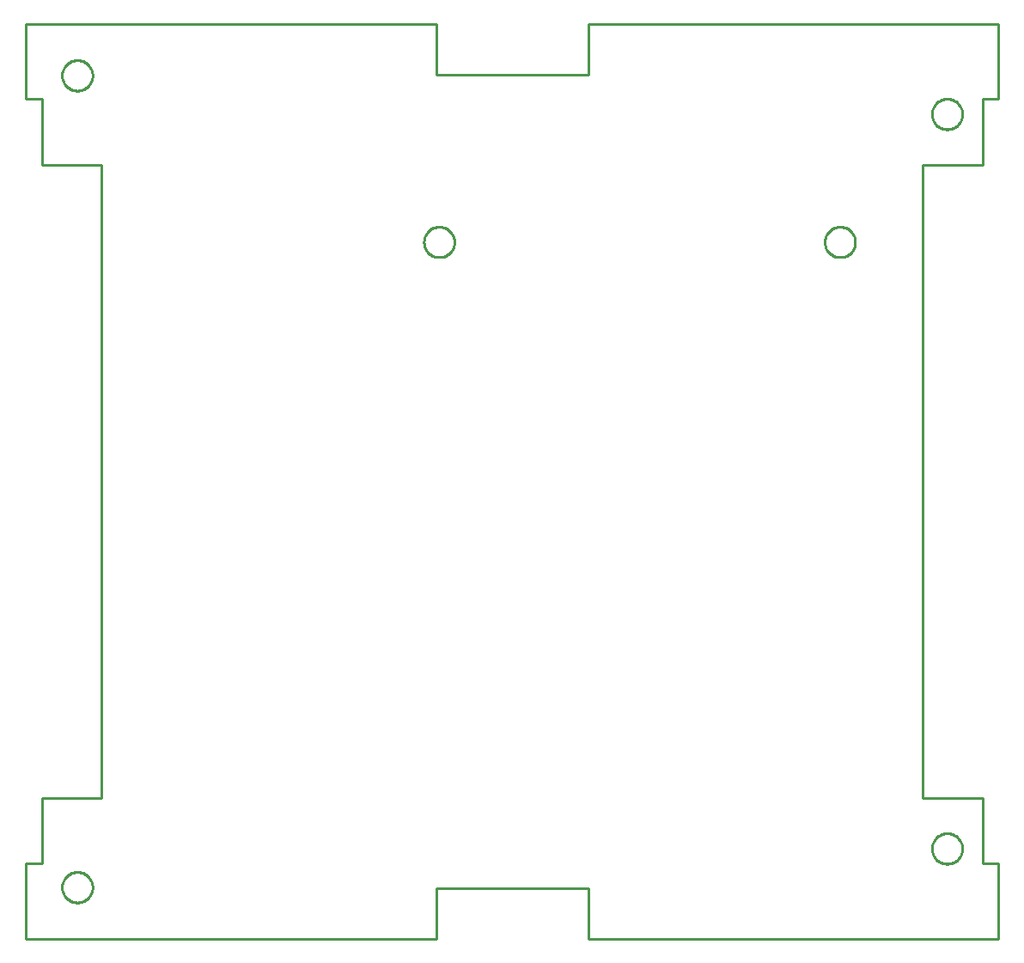
<source format=gbr>
G04 EAGLE Gerber RS-274X export*
G75*
%MOMM*%
%FSLAX34Y34*%
%LPD*%
%IN*%
%IPPOS*%
%AMOC8*
5,1,8,0,0,1.08239X$1,22.5*%
G01*
%ADD10C,0.254000*%


D10*
X0Y0D02*
X404450Y0D01*
X404450Y50000D01*
X554450Y50000D01*
X554450Y0D01*
X958900Y0D01*
X958900Y74000D01*
X942900Y74000D01*
X942900Y138900D01*
X883900Y138900D01*
X883900Y762800D01*
X942900Y762800D01*
X942900Y827700D01*
X958900Y827700D01*
X958900Y901700D01*
X554450Y901700D01*
X554450Y851700D01*
X404450Y851700D01*
X404450Y901700D01*
X0Y901700D01*
X0Y827700D01*
X16000Y827700D01*
X16000Y762800D01*
X75000Y762800D01*
X75000Y138900D01*
X16000Y138900D01*
X16000Y74000D01*
X0Y74000D01*
X0Y0D01*
X923100Y88364D02*
X923100Y89436D01*
X923024Y90504D01*
X922871Y91565D01*
X922643Y92612D01*
X922341Y93640D01*
X921967Y94644D01*
X921522Y95619D01*
X921008Y96559D01*
X920429Y97460D01*
X919787Y98318D01*
X919085Y99128D01*
X918328Y99885D01*
X917518Y100587D01*
X916660Y101229D01*
X915759Y101808D01*
X914819Y102322D01*
X913844Y102767D01*
X912840Y103141D01*
X911812Y103443D01*
X910765Y103671D01*
X909704Y103824D01*
X908636Y103900D01*
X907564Y103900D01*
X906496Y103824D01*
X905435Y103671D01*
X904388Y103443D01*
X903360Y103141D01*
X902356Y102767D01*
X901381Y102322D01*
X900441Y101808D01*
X899540Y101229D01*
X898682Y100587D01*
X897872Y99885D01*
X897115Y99128D01*
X896413Y98318D01*
X895771Y97460D01*
X895192Y96559D01*
X894678Y95619D01*
X894233Y94644D01*
X893859Y93640D01*
X893557Y92612D01*
X893329Y91565D01*
X893176Y90504D01*
X893100Y89436D01*
X893100Y88364D01*
X893176Y87296D01*
X893329Y86235D01*
X893557Y85188D01*
X893859Y84160D01*
X894233Y83156D01*
X894678Y82181D01*
X895192Y81241D01*
X895771Y80340D01*
X896413Y79482D01*
X897115Y78672D01*
X897872Y77915D01*
X898682Y77213D01*
X899540Y76571D01*
X900441Y75992D01*
X901381Y75478D01*
X902356Y75033D01*
X903360Y74659D01*
X904388Y74357D01*
X905435Y74129D01*
X906496Y73976D01*
X907564Y73900D01*
X908636Y73900D01*
X909704Y73976D01*
X910765Y74129D01*
X911812Y74357D01*
X912840Y74659D01*
X913844Y75033D01*
X914819Y75478D01*
X915759Y75992D01*
X916660Y76571D01*
X917518Y77213D01*
X918328Y77915D01*
X919085Y78672D01*
X919787Y79482D01*
X920429Y80340D01*
X921008Y81241D01*
X921522Y82181D01*
X921967Y83156D01*
X922341Y84160D01*
X922643Y85188D01*
X922871Y86235D01*
X923024Y87296D01*
X923100Y88364D01*
X422500Y686164D02*
X422500Y687236D01*
X422424Y688304D01*
X422271Y689365D01*
X422043Y690412D01*
X421741Y691440D01*
X421367Y692444D01*
X420922Y693419D01*
X420408Y694359D01*
X419829Y695260D01*
X419187Y696118D01*
X418485Y696928D01*
X417728Y697685D01*
X416918Y698387D01*
X416060Y699029D01*
X415159Y699608D01*
X414219Y700122D01*
X413244Y700567D01*
X412240Y700941D01*
X411212Y701243D01*
X410165Y701471D01*
X409104Y701624D01*
X408036Y701700D01*
X406964Y701700D01*
X405896Y701624D01*
X404835Y701471D01*
X403788Y701243D01*
X402760Y700941D01*
X401756Y700567D01*
X400781Y700122D01*
X399841Y699608D01*
X398940Y699029D01*
X398082Y698387D01*
X397272Y697685D01*
X396515Y696928D01*
X395813Y696118D01*
X395171Y695260D01*
X394592Y694359D01*
X394078Y693419D01*
X393633Y692444D01*
X393259Y691440D01*
X392957Y690412D01*
X392729Y689365D01*
X392576Y688304D01*
X392500Y687236D01*
X392500Y686164D01*
X392576Y685096D01*
X392729Y684035D01*
X392957Y682988D01*
X393259Y681960D01*
X393633Y680956D01*
X394078Y679981D01*
X394592Y679041D01*
X395171Y678140D01*
X395813Y677282D01*
X396515Y676472D01*
X397272Y675715D01*
X398082Y675013D01*
X398940Y674371D01*
X399841Y673792D01*
X400781Y673278D01*
X401756Y672833D01*
X402760Y672459D01*
X403788Y672157D01*
X404835Y671929D01*
X405896Y671776D01*
X406964Y671700D01*
X408036Y671700D01*
X409104Y671776D01*
X410165Y671929D01*
X411212Y672157D01*
X412240Y672459D01*
X413244Y672833D01*
X414219Y673278D01*
X415159Y673792D01*
X416060Y674371D01*
X416918Y675013D01*
X417728Y675715D01*
X418485Y676472D01*
X419187Y677282D01*
X419829Y678140D01*
X420408Y679041D01*
X420922Y679981D01*
X421367Y680956D01*
X421741Y681960D01*
X422043Y682988D01*
X422271Y684035D01*
X422424Y685096D01*
X422500Y686164D01*
X65800Y850364D02*
X65800Y851436D01*
X65724Y852504D01*
X65571Y853565D01*
X65343Y854612D01*
X65041Y855640D01*
X64667Y856644D01*
X64222Y857619D01*
X63708Y858559D01*
X63129Y859460D01*
X62487Y860318D01*
X61785Y861128D01*
X61028Y861885D01*
X60218Y862587D01*
X59360Y863229D01*
X58459Y863808D01*
X57519Y864322D01*
X56544Y864767D01*
X55540Y865141D01*
X54512Y865443D01*
X53465Y865671D01*
X52404Y865824D01*
X51336Y865900D01*
X50264Y865900D01*
X49196Y865824D01*
X48135Y865671D01*
X47088Y865443D01*
X46060Y865141D01*
X45056Y864767D01*
X44081Y864322D01*
X43141Y863808D01*
X42240Y863229D01*
X41382Y862587D01*
X40572Y861885D01*
X39815Y861128D01*
X39113Y860318D01*
X38471Y859460D01*
X37892Y858559D01*
X37378Y857619D01*
X36933Y856644D01*
X36559Y855640D01*
X36257Y854612D01*
X36029Y853565D01*
X35876Y852504D01*
X35800Y851436D01*
X35800Y850364D01*
X35876Y849296D01*
X36029Y848235D01*
X36257Y847188D01*
X36559Y846160D01*
X36933Y845156D01*
X37378Y844181D01*
X37892Y843241D01*
X38471Y842340D01*
X39113Y841482D01*
X39815Y840672D01*
X40572Y839915D01*
X41382Y839213D01*
X42240Y838571D01*
X43141Y837992D01*
X44081Y837478D01*
X45056Y837033D01*
X46060Y836659D01*
X47088Y836357D01*
X48135Y836129D01*
X49196Y835976D01*
X50264Y835900D01*
X51336Y835900D01*
X52404Y835976D01*
X53465Y836129D01*
X54512Y836357D01*
X55540Y836659D01*
X56544Y837033D01*
X57519Y837478D01*
X58459Y837992D01*
X59360Y838571D01*
X60218Y839213D01*
X61028Y839915D01*
X61785Y840672D01*
X62487Y841482D01*
X63129Y842340D01*
X63708Y843241D01*
X64222Y844181D01*
X64667Y845156D01*
X65041Y846160D01*
X65343Y847188D01*
X65571Y848235D01*
X65724Y849296D01*
X65800Y850364D01*
X817500Y686164D02*
X817500Y687236D01*
X817424Y688304D01*
X817271Y689365D01*
X817043Y690412D01*
X816741Y691440D01*
X816367Y692444D01*
X815922Y693419D01*
X815408Y694359D01*
X814829Y695260D01*
X814187Y696118D01*
X813485Y696928D01*
X812728Y697685D01*
X811918Y698387D01*
X811060Y699029D01*
X810159Y699608D01*
X809219Y700122D01*
X808244Y700567D01*
X807240Y700941D01*
X806212Y701243D01*
X805165Y701471D01*
X804104Y701624D01*
X803036Y701700D01*
X801964Y701700D01*
X800896Y701624D01*
X799835Y701471D01*
X798788Y701243D01*
X797760Y700941D01*
X796756Y700567D01*
X795781Y700122D01*
X794841Y699608D01*
X793940Y699029D01*
X793082Y698387D01*
X792272Y697685D01*
X791515Y696928D01*
X790813Y696118D01*
X790171Y695260D01*
X789592Y694359D01*
X789078Y693419D01*
X788633Y692444D01*
X788259Y691440D01*
X787957Y690412D01*
X787729Y689365D01*
X787576Y688304D01*
X787500Y687236D01*
X787500Y686164D01*
X787576Y685096D01*
X787729Y684035D01*
X787957Y682988D01*
X788259Y681960D01*
X788633Y680956D01*
X789078Y679981D01*
X789592Y679041D01*
X790171Y678140D01*
X790813Y677282D01*
X791515Y676472D01*
X792272Y675715D01*
X793082Y675013D01*
X793940Y674371D01*
X794841Y673792D01*
X795781Y673278D01*
X796756Y672833D01*
X797760Y672459D01*
X798788Y672157D01*
X799835Y671929D01*
X800896Y671776D01*
X801964Y671700D01*
X803036Y671700D01*
X804104Y671776D01*
X805165Y671929D01*
X806212Y672157D01*
X807240Y672459D01*
X808244Y672833D01*
X809219Y673278D01*
X810159Y673792D01*
X811060Y674371D01*
X811918Y675013D01*
X812728Y675715D01*
X813485Y676472D01*
X814187Y677282D01*
X814829Y678140D01*
X815408Y679041D01*
X815922Y679981D01*
X816367Y680956D01*
X816741Y681960D01*
X817043Y682988D01*
X817271Y684035D01*
X817424Y685096D01*
X817500Y686164D01*
X65800Y50264D02*
X65800Y51336D01*
X65724Y52404D01*
X65571Y53465D01*
X65343Y54512D01*
X65041Y55540D01*
X64667Y56544D01*
X64222Y57519D01*
X63708Y58459D01*
X63129Y59360D01*
X62487Y60218D01*
X61785Y61028D01*
X61028Y61785D01*
X60218Y62487D01*
X59360Y63129D01*
X58459Y63708D01*
X57519Y64222D01*
X56544Y64667D01*
X55540Y65041D01*
X54512Y65343D01*
X53465Y65571D01*
X52404Y65724D01*
X51336Y65800D01*
X50264Y65800D01*
X49196Y65724D01*
X48135Y65571D01*
X47088Y65343D01*
X46060Y65041D01*
X45056Y64667D01*
X44081Y64222D01*
X43141Y63708D01*
X42240Y63129D01*
X41382Y62487D01*
X40572Y61785D01*
X39815Y61028D01*
X39113Y60218D01*
X38471Y59360D01*
X37892Y58459D01*
X37378Y57519D01*
X36933Y56544D01*
X36559Y55540D01*
X36257Y54512D01*
X36029Y53465D01*
X35876Y52404D01*
X35800Y51336D01*
X35800Y50264D01*
X35876Y49196D01*
X36029Y48135D01*
X36257Y47088D01*
X36559Y46060D01*
X36933Y45056D01*
X37378Y44081D01*
X37892Y43141D01*
X38471Y42240D01*
X39113Y41382D01*
X39815Y40572D01*
X40572Y39815D01*
X41382Y39113D01*
X42240Y38471D01*
X43141Y37892D01*
X44081Y37378D01*
X45056Y36933D01*
X46060Y36559D01*
X47088Y36257D01*
X48135Y36029D01*
X49196Y35876D01*
X50264Y35800D01*
X51336Y35800D01*
X52404Y35876D01*
X53465Y36029D01*
X54512Y36257D01*
X55540Y36559D01*
X56544Y36933D01*
X57519Y37378D01*
X58459Y37892D01*
X59360Y38471D01*
X60218Y39113D01*
X61028Y39815D01*
X61785Y40572D01*
X62487Y41382D01*
X63129Y42240D01*
X63708Y43141D01*
X64222Y44081D01*
X64667Y45056D01*
X65041Y46060D01*
X65343Y47088D01*
X65571Y48135D01*
X65724Y49196D01*
X65800Y50264D01*
X923100Y812264D02*
X923100Y813336D01*
X923024Y814404D01*
X922871Y815465D01*
X922643Y816512D01*
X922341Y817540D01*
X921967Y818544D01*
X921522Y819519D01*
X921008Y820459D01*
X920429Y821360D01*
X919787Y822218D01*
X919085Y823028D01*
X918328Y823785D01*
X917518Y824487D01*
X916660Y825129D01*
X915759Y825708D01*
X914819Y826222D01*
X913844Y826667D01*
X912840Y827041D01*
X911812Y827343D01*
X910765Y827571D01*
X909704Y827724D01*
X908636Y827800D01*
X907564Y827800D01*
X906496Y827724D01*
X905435Y827571D01*
X904388Y827343D01*
X903360Y827041D01*
X902356Y826667D01*
X901381Y826222D01*
X900441Y825708D01*
X899540Y825129D01*
X898682Y824487D01*
X897872Y823785D01*
X897115Y823028D01*
X896413Y822218D01*
X895771Y821360D01*
X895192Y820459D01*
X894678Y819519D01*
X894233Y818544D01*
X893859Y817540D01*
X893557Y816512D01*
X893329Y815465D01*
X893176Y814404D01*
X893100Y813336D01*
X893100Y812264D01*
X893176Y811196D01*
X893329Y810135D01*
X893557Y809088D01*
X893859Y808060D01*
X894233Y807056D01*
X894678Y806081D01*
X895192Y805141D01*
X895771Y804240D01*
X896413Y803382D01*
X897115Y802572D01*
X897872Y801815D01*
X898682Y801113D01*
X899540Y800471D01*
X900441Y799892D01*
X901381Y799378D01*
X902356Y798933D01*
X903360Y798559D01*
X904388Y798257D01*
X905435Y798029D01*
X906496Y797876D01*
X907564Y797800D01*
X908636Y797800D01*
X909704Y797876D01*
X910765Y798029D01*
X911812Y798257D01*
X912840Y798559D01*
X913844Y798933D01*
X914819Y799378D01*
X915759Y799892D01*
X916660Y800471D01*
X917518Y801113D01*
X918328Y801815D01*
X919085Y802572D01*
X919787Y803382D01*
X920429Y804240D01*
X921008Y805141D01*
X921522Y806081D01*
X921967Y807056D01*
X922341Y808060D01*
X922643Y809088D01*
X922871Y810135D01*
X923024Y811196D01*
X923100Y812264D01*
M02*

</source>
